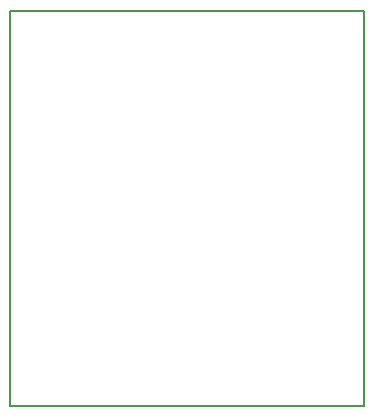
<source format=gbr>
G04 #@! TF.GenerationSoftware,KiCad,Pcbnew,(5.0.0-rc3-dev-2-g101b68b61)*
G04 #@! TF.CreationDate,2018-07-14T01:22:09-07:00*
G04 #@! TF.ProjectId,hp34401a_oled,68703334343031615F6F6C65642E6B69,rev?*
G04 #@! TF.SameCoordinates,Original*
G04 #@! TF.FileFunction,Profile,NP*
%FSLAX46Y46*%
G04 Gerber Fmt 4.6, Leading zero omitted, Abs format (unit mm)*
G04 Created by KiCad (PCBNEW (5.0.0-rc3-dev-2-g101b68b61)) date 07/14/18 01:22:09*
%MOMM*%
%LPD*%
G01*
G04 APERTURE LIST*
%ADD10C,0.150000*%
G04 APERTURE END LIST*
D10*
X50000000Y-73500000D02*
X50000000Y-40000000D01*
X80000000Y-73500000D02*
X50000000Y-73500000D01*
X80000000Y-40000000D02*
X80000000Y-73500000D01*
X50000000Y-40000000D02*
X80000000Y-40000000D01*
M02*

</source>
